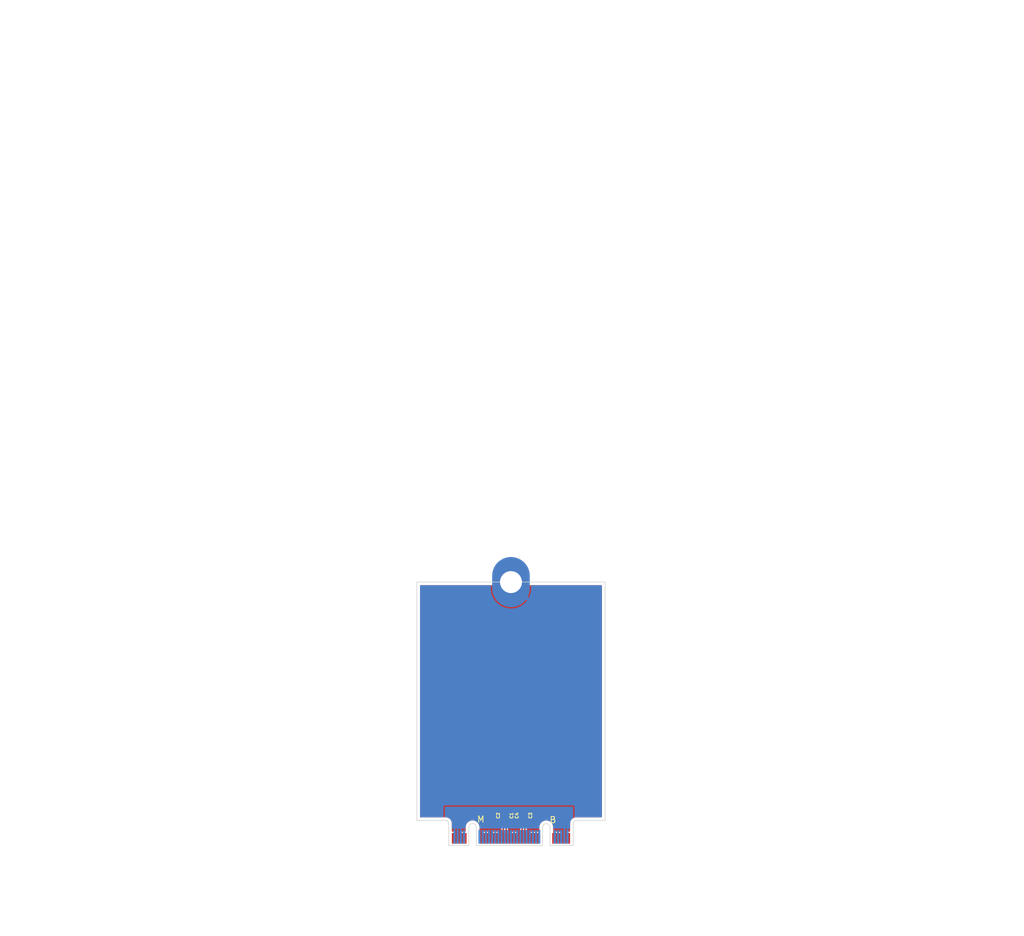
<source format=kicad_pcb>
(kicad_pcb (version 20241229) (generator "pcbnew") (generator_version "9.0")
  (layers (0 "F.Cu" signal) (2 "B.Cu" signal) (13 "F.Paste" user) (15 "B.Paste" user) (5 "F.SilkS" user "F.Silkscreen") (7 "B.SilkS" user "B.Silkscreen") (1 "F.Mask" user) (3 "B.Mask" user) (25 "Edge.Cuts" user))
  (net 0 "")
  (net 1 "/M.2 B+M Key/PET0N")
  (net 2 "/M.2 B+M Key/PET1N")
  (net 3 "/M.2 B+M Key/PET1P")
  (net 4 "/M.2 B+M Key/PET0P")
  (net 5 "/PET0+")
  (net 6 "GND")
  (net 7 "/PET1-")
  (net 8 "/PET1+")
  (net 9 "/CONFIG_3")
  (net 10 "+3.3V")
  (net 11 "/FULL_CARD_PWR_OFF#")
  (net 12 "/USB_D+")
  (net 13 "/W_DISABLE1#")
  (net 14 "/USB_D-")
  (net 15 "/GPIO_9{slash}LED#1")
  (net 16 "/GPIO_5")
  (net 17 "/CONFIG_0")
  (net 18 "/GPIO_6")
  (net 19 "/DPR")
  (net 20 "/GPIO_7")
  (net 21 "/GPIO_11")
  (net 22 "/GPIO_10")
  (net 23 "/GPIO_8")
  (net 24 "/UIM-RESET")
  (net 25 "/UIM-CLK")
  (net 26 "/UIM-DATA")
  (net 27 "/PER1-")
  (net 28 "/UIM-PWR")
  (net 29 "/PER1+")
  (net 30 "/DEVSLP")
  (net 31 "/GPIO_0")
  (net 32 "/GPIO_1")
  (net 33 "/GPIO_2")
  (net 34 "/GPIO_3")
  (net 35 "/PER0-")
  (net 36 "/GPIO_4")
  (net 37 "/PER0+")
  (net 38 "/PERST#")
  (net 39 "/CLKREQ#")
  (net 40 "/REFCLK-")
  (net 41 "/PEWAKE#")
  (net 42 "/REFCLK+")
  (net 45 "/RESET#")
  (net 46 "/SUSCLK")
  (net 47 "/CONFIG_1")
  (net 48 "/CONFIG_2")
  (net 49 "/PET0-")
  (footprint "PCIexpress:M.2 B+M Key Connector" (layer "F.Cu") (at 110.26 158.73)
    (property "Reference" "J1")
    (property "Value" "~")
    (fp_line (start -11 -2.89) (end -10.425 -2.89) (stroke (width 0.1)) (layer "Edge.Cuts") (net 1))
    (fp_line (start -9.925 -2.39) (end -9.925 1.11) (stroke (width 0.1)) (layer "Edge.Cuts") (net 1))
    (fp_line (start -6.72 -1.79) (end -6.72 1.11) (stroke (width 0.1)) (layer "Edge.Cuts") (net 1))
    (fp_line (start -6.72 1.11) (end -9.925 1.11) (stroke (width 0.1)) (layer "Edge.Cuts") (net 1))
    (fp_line (start -5.52 -1.79) (end -5.52 1.11) (stroke (width 0.1)) (layer "Edge.Cuts") (net 1))
    (fp_line (start -5.52 1.11) (end 5.03 1.11) (stroke (width 0.1)) (layer "Edge.Cuts") (net 1))
    (fp_line (start 5.03 -1.79) (end 5.03 1.11) (stroke (width 0.1)) (layer "Edge.Cuts") (net 1))
    (fp_line (start 6.23 -1.79) (end 6.23 1.11) (stroke (width 0.1)) (layer "Edge.Cuts") (net 1))
    (fp_line (start 6.23 1.11) (end 9.925 1.11) (stroke (width 0.1)) (layer "Edge.Cuts") (net 1))
    (fp_line (start 9.925 -2.39) (end 9.925 1.11) (stroke (width 0.1)) (layer "Edge.Cuts") (net 1))
    (fp_line (start 10.425 -2.89) (end 11 -2.89) (stroke (width 0.1)) (layer "Edge.Cuts") (net 1))
    (fp_arc (start -10.425 -2.89) (mid -10.071447 -2.743553) (end -9.925 -2.39) (stroke (width 0.1)) (layer "Edge.Cuts") (net 1))
    (fp_arc (start -6.72 -1.79) (mid -6.12 -2.39) (end -5.52 -1.79) (stroke (width 0.1)) (layer "Edge.Cuts") (net 1))
    (fp_arc (start 5.03 -1.79) (mid 5.63 -2.39) (end 6.23 -1.79) (stroke (width 0.1)) (layer "Edge.Cuts") (net 1))
    (fp_arc (start 9.925 -2.39) (mid 10.071447 -2.743553) (end 10.425 -2.89) (stroke (width 0.1)) (layer "Edge.Cuts") (net 1))
    (fp_text user "M" (at -5.475 -2.49 0) (layer "F.SilkS") (effects (justify left bottom)))
    (fp_text user "B" (at 6.085 -2.395 0) (layer "F.SilkS") (effects (justify left bottom)))
    (pad "1" smd rect (at 9.25 -0.04 180) (size 0.35 1.7) (layers "F.Cu") (net 9 "/CONFIG_3"))
    (pad "2" smd rect (at 9 -0.29 180) (size 0.35 2.2) (layers "B.Cu") (net 10 "+3.3V"))
    (pad "3" smd rect (at 8.75 -0.04 180) (size 0.35 1.7) (layers "F.Cu") (net 6 "GND"))
    (pad "4" smd rect (at 8.5 -0.29 180) (size 0.35 2.2) (layers "B.Cu") (net 10 "+3.3V"))
    (pad "5" smd rect (at 8.25 -0.04 180) (size 0.35 1.7) (layers "F.Cu") (net 6 "GND"))
    (pad "6" smd rect (at 8 -0.29 180) (size 0.35 2.2) (layers "B.Cu") (net 11 "/FULL_CARD_PWR_OFF#"))
    (pad "7" smd rect (at 7.75 -0.04 180) (size 0.35 1.7) (layers "F.Cu") (net 12 "/USB_D+"))
    (pad "8" smd rect (at 7.5 -0.29 180) (size 0.35 2.2) (layers "B.Cu") (net 13 "/W_DISABLE1#"))
    (pad "9" smd rect (at 7.25 -0.04 180) (size 0.35 1.7) (layers "F.Cu") (net 14 "/USB_D-"))
    (pad "10" smd rect (at 7 -0.29 180) (size 0.35 2.2) (layers "B.Cu") (net 15 "/GPIO_9{slash}LED#1"))
    (pad "11" smd rect (at 6.75 -0.04 180) (size 0.35 1.7) (layers "F.Cu") (net 6 "GND"))
    (pad "20" smd rect (at 4.5 -0.29 180) (size 0.35 2.2) (layers "B.Cu") (net 16 "/GPIO_5"))
    (pad "21" smd rect (at 4.25 -0.04 180) (size 0.35 1.7) (layers "F.Cu") (net 17 "/CONFIG_0"))
    (pad "22" smd rect (at 4 -0.29 180) (size 0.35 2.2) (layers "B.Cu") (net 18 "/GPIO_6"))
    (pad "23" smd rect (at 3.75 -0.04 180) (size 0.35 1.7) (layers "F.Cu") (net 19 "/DPR"))
    (pad "24" smd rect (at 3.5 -0.29 180) (size 0.35 2.2) (layers "B.Cu") (net 20 "/GPIO_7"))
    (pad "25" smd rect (at 3.25 -0.04 180) (size 0.35 1.7) (layers "F.Cu") (net 21 "/GPIO_11"))
    (pad "26" smd rect (at 3 -0.29 180) (size 0.35 2.2) (layers "B.Cu") (net 22 "/GPIO_10"))
    (pad "27" smd rect (at 2.75 -0.04 180) (size 0.35 1.7) (layers "F.Cu") (net 6 "GND"))
    (pad "28" smd rect (at 2.5 -0.29 180) (size 0.35 2.2) (layers "B.Cu") (net 23 "/GPIO_8"))
    (pad "29" smd rect (at 2.25 -0.04 180) (size 0.35 1.7) (layers "F.Cu") (net 2 "/M.2 B+M Key/PET1N"))
    (pad "30" smd rect (at 2 -0.29 180) (size 0.35 2.2) (layers "B.Cu") (net 24 "/UIM-RESET"))
    (pad "31" smd rect (at 1.75 -0.04 180) (size 0.35 1.7) (layers "F.Cu") (net 3 "/M.2 B+M Key/PET1P"))
    (pad "32" smd rect (at 1.5 -0.29 180) (size 0.35 2.2) (layers "B.Cu") (net 25 "/UIM-CLK"))
    (pad "33" smd rect (at 1.25 -0.04 180) (size 0.35 1.7) (layers "F.Cu") (net 6 "GND"))
    (pad "34" smd rect (at 1 -0.29 180) (size 0.35 2.2) (layers "B.Cu") (net 26 "/UIM-DATA"))
    (pad "35" smd rect (at 0.75 -0.04 180) (size 0.35 1.7) (layers "F.Cu") (net 27 "/PER1-"))
    (pad "36" smd rect (at 0.5 -0.29 180) (size 0.35 2.2) (layers "B.Cu") (net 28 "/UIM-PWR"))
    (pad "37" smd rect (at 0.25 -0.04 180) (size 0.35 1.7) (layers "F.Cu") (net 29 "/PER1+"))
    (pad "38" smd rect (at 0 -0.29 180) (size 0.35 2.2) (layers "B.Cu") (net 30 "/DEVSLP"))
    (pad "39" smd rect (at -0.25 -0.04 180) (size 0.35 1.7) (layers "F.Cu") (net 6 "GND"))
    (pad "40" smd rect (at -0.5 -0.29 180) (size 0.35 2.2) (layers "B.Cu") (net 31 "/GPIO_0"))
    (pad "41" smd rect (at -0.75 -0.04 180) (size 0.35 1.7) (layers "F.Cu") (net 1 "/M.2 B+M Key/PET0N"))
    (pad "42" smd rect (at -1 -0.29 180) (size 0.35 2.2) (layers "B.Cu") (net 32 "/GPIO_1"))
    (pad "43" smd rect (at -1.25 -0.04 180) (size 0.35 1.7) (layers "F.Cu") (net 4 "/M.2 B+M Key/PET0P"))
    (pad "44" smd rect (at -1.5 -0.29 180) (size 0.35 2.2) (layers "B.Cu") (net 33 "/GPIO_2"))
    (pad "45" smd rect (at -1.75 -0.04 180) (size 0.35 1.7) (layers "F.Cu") (net 6 "GND"))
    (pad "46" smd rect (at -2 -0.29 180) (size 0.35 2.2) (layers "B.Cu") (net 34 "/GPIO_3"))
    (pad "47" smd rect (at -2.25 -0.04 180) (size 0.35 1.7) (layers "F.Cu") (net 35 "/PER0-"))
    (pad "48" smd rect (at -2.5 -0.29 180) (size 0.35 2.2) (layers "B.Cu") (net 36 "/GPIO_4"))
    (pad "49" smd rect (at -2.75 -0.04 180) (size 0.35 1.7) (layers "F.Cu") (net 37 "/PER0+"))
    (pad "50" smd rect (at -3 -0.29 180) (size 0.35 2.2) (layers "B.Cu") (net 38 "/PERST#"))
    (pad "51" smd rect (at -3.25 -0.04 180) (size 0.35 1.7) (layers "F.Cu") (net 6 "GND"))
    (pad "52" smd rect (at -3.5 -0.29 180) (size 0.35 2.2) (layers "B.Cu") (net 39 "/CLKREQ#"))
    (pad "53" smd rect (at -3.75 -0.04 180) (size 0.35 1.7) (layers "F.Cu") (net 40 "/REFCLK-"))
    (pad "54" smd rect (at -4 -0.29 180) (size 0.35 2.2) (layers "B.Cu") (net 41 "/PEWAKE#"))
    (pad "55" smd rect (at -4.25 -0.04 180) (size 0.35 1.7) (layers "F.Cu") (net 42 "/REFCLK+"))
    (pad "56" smd rect (at -4.5 -0.29 180) (size 0.35 2.2) (layers "B.Cu"))
    (pad "57" smd rect (at -4.75 -0.04 180) (size 0.35 1.7) (layers "F.Cu") (net 6 "GND"))
    (pad "58" smd rect (at -5 -0.29 180) (size 0.35 2.2) (layers "B.Cu"))
    (pad "67" smd rect (at -7.25 -0.04 180) (size 0.35 1.7) (layers "F.Cu") (net 45 "/RESET#"))
    (pad "68" smd rect (at -7.5 -0.29 180) (size 0.35 2.2) (layers "B.Cu") (net 46 "/SUSCLK"))
    (pad "69" smd rect (at -7.75 -0.04 180) (size 0.35 1.7) (layers "F.Cu") (net 47 "/CONFIG_1"))
    (pad "70" smd rect (at -8 -0.29 180) (size 0.35 2.2) (layers "B.Cu") (net 10 "+3.3V"))
    (pad "71" smd rect (at -8.25 -0.04 180) (size 0.35 1.7) (layers "F.Cu") (net 6 "GND"))
    (pad "72" smd rect (at -8.5 -0.29 180) (size 0.35 2.2) (layers "B.Cu") (net 10 "+3.3V"))
    (pad "73" smd rect (at -8.75 -0.04 180) (size 0.35 1.7) (layers "F.Cu") (net 6 "GND"))
    (pad "74" smd rect (at -9 -0.29 180) (size 0.35 2.2) (layers "B.Cu") (net 10 "+3.3V"))
    (pad "75" smd rect (at -9.25 -0.04 180) (size 0.35 1.7) (layers "F.Cu") (net 48 "/CONFIG_2"))
  )
  (footprint "Capacitor_SMD:C_0201_0603Metric" (layer "F.Cu") (at 112.61 155.07 90)
    (property "Reference" "C3" (at 0 0.75 90) (layer "F.SilkS") (effects (font (size 0.5 0.5))))
    (property "Value" "220nF")
    (pad "1" smd roundrect (at -0.32 0 90) (size 0.46 0.4) (layers "F.Cu" "F.Mask") (net 2 "/M.2 B+M Key/PET1N"))
    (pad "2" smd roundrect (at 0.32 0 90) (size 0.46 0.4) (layers "F.Cu" "F.Mask") (net 7 "/PET1-"))
  )
  (footprint "Capacitor_SMD:C_0201_0603Metric" (layer "F.Cu") (at 111.91 155.07 90)
    (property "Reference" "C4" (at 0 -0.71 90) (layer "F.SilkS") (effects (font (size 0.5 0.5))))
    (property "Value" "220nF")
    (pad "1" smd roundrect (at -0.32 0 90) (size 0.46 0.4) (layers "F.Cu" "F.Mask") (net 3 "/M.2 B+M Key/PET1P"))
    (pad "2" smd roundrect (at 0.32 0 90) (size 0.46 0.4) (layers "F.Cu" "F.Mask") (net 8 "/PET1+"))
  )
  (footprint "Athena KiCAd library:M.2 Mounting Pad" (layer "F.Cu") (at 110.26 117.84)
    (property "Reference" "H1")
    (property "Value" "MountingHole_Pad")
    (pad "1" thru_hole circle (at 0 0) (size 5.5 5.5) (drill 3.5) (property pad_prop_castellated) (layers "*.Cu" "*.Mask") (net 6 "GND") (padstack (mode front_inner_back) (layer "Inner" (shape circle) (size 5.5 5.5)) (layer "B.Cu" (shape oval) (size 6 8))))
  )
  (footprint "Capacitor_SMD:C_0201_0603Metric" (layer "F.Cu") (at 108.91 155.07 90)
    (property "Reference" "C2" (at 0 -0.7 90) (layer "F.SilkS") (effects (font (size 0.5 0.5))))
    (property "Value" "220nF")
    (pad "1" smd roundrect (at -0.32 0 90) (size 0.46 0.4) (layers "F.Cu" "F.Mask") (net 4 "/M.2 B+M Key/PET0P"))
    (pad "2" smd roundrect (at 0.32 0 90) (size 0.46 0.4) (layers "F.Cu" "F.Mask") (net 5 "/PET0+"))
  )
  (footprint "Capacitor_SMD:C_0201_0603Metric" (layer "F.Cu") (at 109.61 155.07 90)
    (property "Reference" "C1" (at 0 0.73 90) (layer "F.SilkS") (effects (font (size 0.5 0.5))))
    (property "Value" "220nF")
    (pad "1" smd roundrect (at -0.32 0 90) (size 0.46 0.4) (layers "F.Cu" "F.Mask") (net 1 "/M.2 B+M Key/PET0N"))
    (pad "2" smd roundrect (at 0.32 0 90) (size 0.46 0.4) (layers "F.Cu" "F.Mask") (net 49 "/PET0-"))
  )
  (gr_line (start 125.26 117.84) (end 95.26 117.84) (stroke (width 0.1)) (layer "Edge.Cuts"))
  (gr_line (start 99.26 155.84) (end 95.26 155.84) (stroke (width 0.1)) (layer "Edge.Cuts"))
  (gr_line (start 125.26 155.84) (end 125.26 117.84) (stroke (width 0.1)) (layer "Edge.Cuts"))
  (gr_line (start 121.26 155.84) (end 125.26 155.84) (stroke (width 0.1)) (layer "Edge.Cuts"))
  (gr_line (start 95.26 117.84) (end 95.26 155.84) (stroke (width 0.1)) (layer "Edge.Cuts"))
  (segment (start 109.51 158.69) (end 109.51 157.414999) (width 0.2) (layer "F.Cu") (net 1))
  (segment (start 109.51 157.414999) (end 109.485 157.389999) (width 0.2) (layer "F.Cu") (net 1))
  (segment (start 109.485 157.389999) (end 109.485 155.860001) (width 0.2) (layer "F.Cu") (net 1))
  (segment (start 109.61 155.735001) (end 109.61 155.39) (width 0.2) (layer "F.Cu") (net 1))
  (segment (start 109.485 155.860001) (end 109.61 155.735001) (width 0.2) (layer "F.Cu") (net 1))
  (segment (start 112.51 157.414999) (end 112.485 157.389999) (width 0.2) (layer "F.Cu") (net 2))
  (segment (start 112.51 158.69) (end 112.51 157.414999) (width 0.2) (layer "F.Cu") (net 2))
  (segment (start 112.485 157.389999) (end 112.485 155.860001) (width 0.2) (layer "F.Cu") (net 2))
  (segment (start 112.485 155.860001) (end 112.61 155.735001) (width 0.2) (layer "F.Cu") (net 2))
  (segment (start 112.61 155.735001) (end 112.61 155.39) (width 0.2) (layer "F.Cu") (net 2))
  (segment (start 112.01 158.69) (end 112.01 157.414999) (width 0.2) (layer "F.Cu") (net 3))
  (segment (start 112.035 155.860001) (end 111.91 155.735001) (width 0.2) (layer "F.Cu") (net 3))
  (segment (start 111.91 155.735001) (end 111.91 155.39) (width 0.2) (layer "F.Cu") (net 3))
  (segment (start 112.01 157.414999) (end 112.035 157.389999) (width 0.2) (layer "F.Cu") (net 3))
  (segment (start 112.035 157.389999) (end 112.035 155.860001) (width 0.2) (layer "F.Cu") (net 3))
  (segment (start 109.035 157.389999) (end 109.035 155.860001) (width 0.2) (layer "F.Cu") (net 4))
  (segment (start 109.01 158.69) (end 109.01 157.414999) (width 0.2) (layer "F.Cu") (net 4))
  (segment (start 108.91 155.735001) (end 108.91 155.39) (width 0.2) (layer "F.Cu") (net 4))
  (segment (start 109.01 157.414999) (end 109.035 157.389999) (width 0.2) (layer "F.Cu") (net 4))
  (segment (start 109.035 155.860001) (end 108.91 155.735001) (width 0.2) (layer "F.Cu") (net 4))
  (zone (net 6) (net_name "GND") (layers "F.Cu" "B.Cu") (connect_pads (clearance 0.2)) (min_thickness 0.15) (fill yes (thermal_gap 0.2) (thermal_bridge_width 0.5))
    (polygon (pts (xy 125.26 158.23) (xy 125.26 49.84) (xy 95.26 49.84) (xy 95.26 158.23)))
  )
  (zone (net 10) (net_name "+3.3V") (layer "B.Cu") (priority 1) (connect_pads (clearance 0.2)) (min_thickness 0.1) (fill yes (thermal_gap 0.2) (thermal_bridge_width 0.25))
    (polygon (pts (xy 120.18 158.02) (xy 120.18 153.655) (xy 120.165 153.64) (xy 99.71 153.64) (xy 99.71 158.27) (xy 119.93 158.27)))
  )
)
</source>
